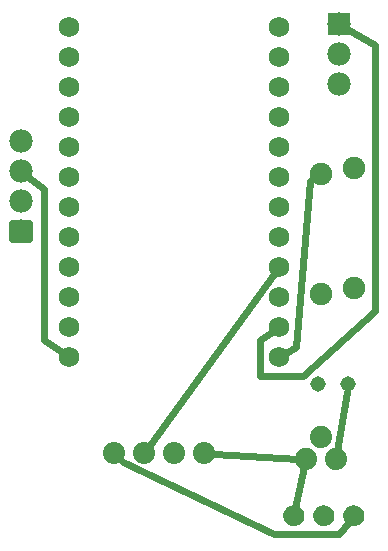
<source format=gtl>
G04 MADE WITH FRITZING*
G04 WWW.FRITZING.ORG*
G04 DOUBLE SIDED*
G04 HOLES PLATED*
G04 CONTOUR ON CENTER OF CONTOUR VECTOR*
%ASAXBY*%
%FSLAX23Y23*%
%MOIN*%
%OFA0B0*%
%SFA1.0B1.0*%
%ADD10C,0.075000*%
%ADD11C,0.068583*%
%ADD12C,0.068555*%
%ADD13C,0.078000*%
%ADD14C,0.070000*%
%ADD15C,0.073889*%
%ADD16C,0.074000*%
%ADD17C,0.051496*%
%ADD18R,0.078000X0.078000*%
%ADD19C,0.024000*%
%ADD20C,0.020000*%
%ADD21R,0.001000X0.001000*%
%LNCOPPER1*%
G90*
G70*
G54D10*
X1190Y1310D03*
X1190Y910D03*
X1080Y890D03*
X1080Y1290D03*
G54D11*
X940Y880D03*
X940Y980D03*
X940Y780D03*
X940Y680D03*
X940Y1080D03*
X940Y1180D03*
X940Y1280D03*
X940Y1380D03*
X940Y1480D03*
X940Y1580D03*
X940Y1680D03*
X940Y1780D03*
G54D12*
X240Y980D03*
X240Y880D03*
X240Y780D03*
X240Y680D03*
X240Y1080D03*
X240Y1180D03*
X240Y1280D03*
X240Y1380D03*
X240Y1580D03*
X240Y1480D03*
X240Y1680D03*
X240Y1780D03*
G54D13*
X1140Y1790D03*
X1140Y1690D03*
X1140Y1590D03*
X80Y1100D03*
X80Y1200D03*
X80Y1300D03*
X80Y1400D03*
G54D14*
X990Y150D03*
X1090Y150D03*
X1190Y150D03*
G54D15*
X690Y360D03*
X590Y360D03*
X490Y360D03*
X390Y360D03*
G54D16*
X1030Y340D03*
X1080Y415D03*
X1130Y340D03*
X1030Y340D03*
X1080Y415D03*
X1130Y340D03*
G54D17*
X1070Y590D03*
X1170Y590D03*
X1070Y590D03*
X1170Y590D03*
G54D18*
X1140Y1790D03*
G54D19*
X1166Y564D02*
X1134Y367D01*
D02*
X923Y957D02*
X510Y388D01*
D02*
X964Y695D02*
X996Y714D01*
X996Y714D02*
X1044Y1266D01*
X1044Y1266D02*
X1056Y1274D01*
D02*
X216Y696D02*
X156Y738D01*
X156Y738D02*
X156Y1242D01*
X156Y1242D02*
X104Y1282D01*
D02*
X916Y764D02*
X876Y738D01*
X876Y738D02*
X876Y618D01*
X876Y618D02*
X1020Y618D01*
X1020Y618D02*
X1260Y834D01*
X1260Y834D02*
X1260Y1722D01*
X1260Y1722D02*
X1166Y1775D01*
D02*
X995Y176D02*
X1024Y314D01*
D02*
X724Y358D02*
X1003Y342D01*
D02*
X1173Y130D02*
X1140Y90D01*
X1140Y90D02*
X924Y90D01*
X924Y90D02*
X420Y330D01*
X420Y330D02*
X414Y336D01*
G54D20*
X51Y1071D02*
X51Y1129D01*
X109Y1129D01*
X109Y1071D01*
X51Y1071D01*
D02*
G54D21*
X984Y186D02*
X994Y186D01*
X1084Y186D02*
X1094Y186D01*
X1184Y186D02*
X1194Y186D01*
X980Y185D02*
X998Y185D01*
X1080Y185D02*
X1098Y185D01*
X1180Y185D02*
X1198Y185D01*
X977Y184D02*
X1001Y184D01*
X1077Y184D02*
X1100Y184D01*
X1177Y184D02*
X1200Y184D01*
X975Y183D02*
X1003Y183D01*
X1075Y183D02*
X1103Y183D01*
X1175Y183D02*
X1203Y183D01*
X973Y182D02*
X1005Y182D01*
X1073Y182D02*
X1105Y182D01*
X1173Y182D02*
X1204Y182D01*
X972Y181D02*
X1006Y181D01*
X1072Y181D02*
X1106Y181D01*
X1172Y181D02*
X1206Y181D01*
X970Y180D02*
X1008Y180D01*
X1070Y180D02*
X1108Y180D01*
X1170Y180D02*
X1208Y180D01*
X969Y179D02*
X1009Y179D01*
X1069Y179D02*
X1109Y179D01*
X1169Y179D02*
X1209Y179D01*
X968Y178D02*
X1010Y178D01*
X1068Y178D02*
X1110Y178D01*
X1167Y178D02*
X1210Y178D01*
X966Y177D02*
X1011Y177D01*
X1066Y177D02*
X1111Y177D01*
X1166Y177D02*
X1211Y177D01*
X965Y176D02*
X1012Y176D01*
X1065Y176D02*
X1112Y176D01*
X1165Y176D02*
X1212Y176D01*
X964Y175D02*
X1013Y175D01*
X1064Y175D02*
X1113Y175D01*
X1164Y175D02*
X1213Y175D01*
X963Y174D02*
X1014Y174D01*
X1063Y174D02*
X1114Y174D01*
X1163Y174D02*
X1214Y174D01*
X963Y173D02*
X1015Y173D01*
X1063Y173D02*
X1115Y173D01*
X1163Y173D02*
X1215Y173D01*
X962Y172D02*
X1016Y172D01*
X1062Y172D02*
X1116Y172D01*
X1162Y172D02*
X1216Y172D01*
X961Y171D02*
X1017Y171D01*
X1061Y171D02*
X1117Y171D01*
X1161Y171D02*
X1217Y171D01*
X960Y170D02*
X1017Y170D01*
X1060Y170D02*
X1117Y170D01*
X1160Y170D02*
X1217Y170D01*
X960Y169D02*
X1018Y169D01*
X1060Y169D02*
X1118Y169D01*
X1160Y169D02*
X1218Y169D01*
X959Y168D02*
X1019Y168D01*
X1059Y168D02*
X1119Y168D01*
X1159Y168D02*
X1219Y168D01*
X959Y167D02*
X1019Y167D01*
X1059Y167D02*
X1119Y167D01*
X1158Y167D02*
X1219Y167D01*
X958Y166D02*
X984Y166D01*
X994Y166D02*
X1020Y166D01*
X1058Y166D02*
X1084Y166D01*
X1094Y166D02*
X1120Y166D01*
X1158Y166D02*
X1183Y166D01*
X1194Y166D02*
X1220Y166D01*
X958Y165D02*
X981Y165D01*
X997Y165D02*
X1020Y165D01*
X1057Y165D02*
X1081Y165D01*
X1097Y165D02*
X1120Y165D01*
X1157Y165D02*
X1181Y165D01*
X1197Y165D02*
X1220Y165D01*
X957Y164D02*
X979Y164D01*
X999Y164D02*
X1021Y164D01*
X1057Y164D02*
X1079Y164D01*
X1099Y164D02*
X1121Y164D01*
X1157Y164D02*
X1179Y164D01*
X1199Y164D02*
X1221Y164D01*
X957Y163D02*
X978Y163D01*
X1000Y163D02*
X1021Y163D01*
X1057Y163D02*
X1078Y163D01*
X1100Y163D02*
X1121Y163D01*
X1157Y163D02*
X1178Y163D01*
X1200Y163D02*
X1221Y163D01*
X956Y162D02*
X977Y162D01*
X1001Y162D02*
X1021Y162D01*
X1056Y162D02*
X1077Y162D01*
X1101Y162D02*
X1121Y162D01*
X1156Y162D02*
X1177Y162D01*
X1201Y162D02*
X1221Y162D01*
X956Y161D02*
X976Y161D01*
X1002Y161D02*
X1022Y161D01*
X1056Y161D02*
X1076Y161D01*
X1102Y161D02*
X1122Y161D01*
X1156Y161D02*
X1176Y161D01*
X1202Y161D02*
X1222Y161D01*
X956Y160D02*
X975Y160D01*
X1002Y160D02*
X1022Y160D01*
X1056Y160D02*
X1075Y160D01*
X1102Y160D02*
X1122Y160D01*
X1156Y160D02*
X1175Y160D01*
X1202Y160D02*
X1222Y160D01*
X955Y159D02*
X975Y159D01*
X1003Y159D02*
X1022Y159D01*
X1055Y159D02*
X1075Y159D01*
X1103Y159D02*
X1122Y159D01*
X1155Y159D02*
X1175Y159D01*
X1203Y159D02*
X1222Y159D01*
X955Y158D02*
X974Y158D01*
X1003Y158D02*
X1023Y158D01*
X1055Y158D02*
X1074Y158D01*
X1103Y158D02*
X1123Y158D01*
X1155Y158D02*
X1174Y158D01*
X1203Y158D02*
X1223Y158D01*
X955Y157D02*
X974Y157D01*
X1004Y157D02*
X1023Y157D01*
X1055Y157D02*
X1074Y157D01*
X1104Y157D02*
X1123Y157D01*
X1155Y157D02*
X1174Y157D01*
X1204Y157D02*
X1223Y157D01*
X955Y156D02*
X974Y156D01*
X1004Y156D02*
X1023Y156D01*
X1055Y156D02*
X1074Y156D01*
X1104Y156D02*
X1123Y156D01*
X1155Y156D02*
X1174Y156D01*
X1204Y156D02*
X1223Y156D01*
X955Y155D02*
X974Y155D01*
X1004Y155D02*
X1023Y155D01*
X1055Y155D02*
X1074Y155D01*
X1104Y155D02*
X1123Y155D01*
X1155Y155D02*
X1174Y155D01*
X1204Y155D02*
X1223Y155D01*
X955Y154D02*
X974Y154D01*
X1004Y154D02*
X1023Y154D01*
X1054Y154D02*
X1074Y154D01*
X1104Y154D02*
X1123Y154D01*
X1154Y154D02*
X1173Y154D01*
X1204Y154D02*
X1223Y154D01*
X954Y153D02*
X973Y153D01*
X1004Y153D02*
X1023Y153D01*
X1054Y153D02*
X1073Y153D01*
X1104Y153D02*
X1123Y153D01*
X1154Y153D02*
X1173Y153D01*
X1204Y153D02*
X1223Y153D01*
X954Y152D02*
X973Y152D01*
X1004Y152D02*
X1023Y152D01*
X1054Y152D02*
X1073Y152D01*
X1104Y152D02*
X1123Y152D01*
X1154Y152D02*
X1173Y152D01*
X1204Y152D02*
X1223Y152D01*
X954Y151D02*
X973Y151D01*
X1004Y151D02*
X1023Y151D01*
X1054Y151D02*
X1073Y151D01*
X1104Y151D02*
X1123Y151D01*
X1154Y151D02*
X1173Y151D01*
X1204Y151D02*
X1223Y151D01*
X954Y150D02*
X974Y150D01*
X1004Y150D02*
X1023Y150D01*
X1054Y150D02*
X1073Y150D01*
X1104Y150D02*
X1123Y150D01*
X1154Y150D02*
X1173Y150D01*
X1204Y150D02*
X1223Y150D01*
X955Y149D02*
X974Y149D01*
X1004Y149D02*
X1023Y149D01*
X1055Y149D02*
X1074Y149D01*
X1104Y149D02*
X1123Y149D01*
X1154Y149D02*
X1173Y149D01*
X1204Y149D02*
X1223Y149D01*
X955Y148D02*
X974Y148D01*
X1004Y148D02*
X1023Y148D01*
X1055Y148D02*
X1074Y148D01*
X1104Y148D02*
X1123Y148D01*
X1155Y148D02*
X1174Y148D01*
X1204Y148D02*
X1223Y148D01*
X955Y147D02*
X974Y147D01*
X1004Y147D02*
X1023Y147D01*
X1055Y147D02*
X1074Y147D01*
X1104Y147D02*
X1123Y147D01*
X1155Y147D02*
X1174Y147D01*
X1204Y147D02*
X1223Y147D01*
X955Y146D02*
X974Y146D01*
X1004Y146D02*
X1023Y146D01*
X1055Y146D02*
X1074Y146D01*
X1104Y146D02*
X1123Y146D01*
X1155Y146D02*
X1174Y146D01*
X1204Y146D02*
X1223Y146D01*
X955Y145D02*
X974Y145D01*
X1003Y145D02*
X1023Y145D01*
X1055Y145D02*
X1074Y145D01*
X1103Y145D02*
X1123Y145D01*
X1155Y145D02*
X1174Y145D01*
X1203Y145D02*
X1223Y145D01*
X955Y144D02*
X975Y144D01*
X1003Y144D02*
X1022Y144D01*
X1055Y144D02*
X1075Y144D01*
X1103Y144D02*
X1122Y144D01*
X1155Y144D02*
X1175Y144D01*
X1203Y144D02*
X1222Y144D01*
X956Y143D02*
X975Y143D01*
X1002Y143D02*
X1022Y143D01*
X1056Y143D02*
X1075Y143D01*
X1102Y143D02*
X1122Y143D01*
X1156Y143D02*
X1175Y143D01*
X1202Y143D02*
X1222Y143D01*
X956Y142D02*
X976Y142D01*
X1002Y142D02*
X1022Y142D01*
X1056Y142D02*
X1076Y142D01*
X1102Y142D02*
X1122Y142D01*
X1156Y142D02*
X1176Y142D01*
X1202Y142D02*
X1222Y142D01*
X956Y141D02*
X977Y141D01*
X1001Y141D02*
X1021Y141D01*
X1056Y141D02*
X1077Y141D01*
X1101Y141D02*
X1121Y141D01*
X1156Y141D02*
X1177Y141D01*
X1201Y141D02*
X1221Y141D01*
X957Y140D02*
X978Y140D01*
X1000Y140D02*
X1021Y140D01*
X1057Y140D02*
X1078Y140D01*
X1100Y140D02*
X1121Y140D01*
X1157Y140D02*
X1178Y140D01*
X1200Y140D02*
X1221Y140D01*
X957Y139D02*
X979Y139D01*
X999Y139D02*
X1021Y139D01*
X1057Y139D02*
X1079Y139D01*
X1099Y139D02*
X1121Y139D01*
X1157Y139D02*
X1179Y139D01*
X1199Y139D02*
X1221Y139D01*
X958Y138D02*
X981Y138D01*
X997Y138D02*
X1020Y138D01*
X1058Y138D02*
X1081Y138D01*
X1097Y138D02*
X1120Y138D01*
X1158Y138D02*
X1181Y138D01*
X1197Y138D02*
X1220Y138D01*
X958Y137D02*
X984Y137D01*
X993Y137D02*
X1020Y137D01*
X1058Y137D02*
X1084Y137D01*
X1093Y137D02*
X1120Y137D01*
X1158Y137D02*
X1184Y137D01*
X1193Y137D02*
X1220Y137D01*
X959Y136D02*
X1019Y136D01*
X1059Y136D02*
X1119Y136D01*
X1159Y136D02*
X1219Y136D01*
X959Y135D02*
X1019Y135D01*
X1059Y135D02*
X1118Y135D01*
X1159Y135D02*
X1218Y135D01*
X960Y134D02*
X1018Y134D01*
X1060Y134D02*
X1118Y134D01*
X1160Y134D02*
X1218Y134D01*
X961Y133D02*
X1017Y133D01*
X1060Y133D02*
X1117Y133D01*
X1160Y133D02*
X1217Y133D01*
X961Y132D02*
X1017Y132D01*
X1061Y132D02*
X1116Y132D01*
X1161Y132D02*
X1216Y132D01*
X962Y131D02*
X1016Y131D01*
X1062Y131D02*
X1116Y131D01*
X1162Y131D02*
X1216Y131D01*
X963Y130D02*
X1015Y130D01*
X1063Y130D02*
X1115Y130D01*
X1163Y130D02*
X1215Y130D01*
X964Y129D02*
X1014Y129D01*
X1064Y129D02*
X1114Y129D01*
X1164Y129D02*
X1214Y129D01*
X965Y128D02*
X1013Y128D01*
X1065Y128D02*
X1113Y128D01*
X1165Y128D02*
X1213Y128D01*
X966Y127D02*
X1012Y127D01*
X1066Y127D02*
X1112Y127D01*
X1165Y127D02*
X1212Y127D01*
X967Y126D02*
X1011Y126D01*
X1067Y126D02*
X1111Y126D01*
X1167Y126D02*
X1211Y126D01*
X968Y125D02*
X1010Y125D01*
X1068Y125D02*
X1110Y125D01*
X1168Y125D02*
X1210Y125D01*
X969Y124D02*
X1009Y124D01*
X1069Y124D02*
X1109Y124D01*
X1169Y124D02*
X1209Y124D01*
X970Y123D02*
X1007Y123D01*
X1070Y123D02*
X1107Y123D01*
X1170Y123D02*
X1207Y123D01*
X972Y122D02*
X1006Y122D01*
X1072Y122D02*
X1106Y122D01*
X1172Y122D02*
X1206Y122D01*
X974Y121D02*
X1004Y121D01*
X1073Y121D02*
X1104Y121D01*
X1173Y121D02*
X1204Y121D01*
X975Y120D02*
X1002Y120D01*
X1075Y120D02*
X1102Y120D01*
X1175Y120D02*
X1202Y120D01*
X978Y119D02*
X1000Y119D01*
X1078Y119D02*
X1100Y119D01*
X1178Y119D02*
X1200Y119D01*
X981Y118D02*
X997Y118D01*
X1081Y118D02*
X1097Y118D01*
X1180Y118D02*
X1197Y118D01*
X985Y117D02*
X993Y117D01*
X1085Y117D02*
X1093Y117D01*
X1185Y117D02*
X1193Y117D01*
D02*
G04 End of Copper1*
M02*
</source>
